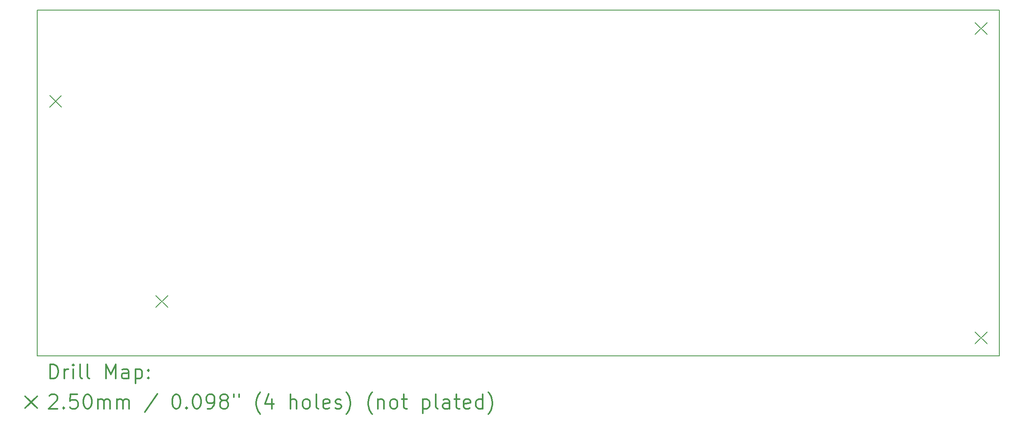
<source format=gbr>
%FSLAX45Y45*%
G04 Gerber Fmt 4.5, Leading zero omitted, Abs format (unit mm)*
G04 Created by KiCad (PCBNEW 4.0.2-stable) date 9/3/2016 7:39:00 PM*
%MOMM*%
G01*
G04 APERTURE LIST*
%ADD10C,0.127000*%
%ADD11C,0.150000*%
%ADD12C,0.200000*%
%ADD13C,0.300000*%
G04 APERTURE END LIST*
D10*
D11*
X4635500Y-6286500D02*
X24765000Y-6286500D01*
X4635500Y-6286500D02*
X4635500Y-13525500D01*
X24765000Y-13525500D02*
X24765000Y-6286500D01*
X4635500Y-13525500D02*
X24765000Y-13525500D01*
D12*
X4891500Y-8066500D02*
X5141500Y-8316500D01*
X5141500Y-8066500D02*
X4891500Y-8316500D01*
X7114000Y-12257500D02*
X7364000Y-12507500D01*
X7364000Y-12257500D02*
X7114000Y-12507500D01*
X24259000Y-6542500D02*
X24509000Y-6792500D01*
X24509000Y-6542500D02*
X24259000Y-6792500D01*
X24259000Y-13019500D02*
X24509000Y-13269500D01*
X24509000Y-13019500D02*
X24259000Y-13269500D01*
D13*
X4899429Y-13998714D02*
X4899429Y-13698714D01*
X4970857Y-13698714D01*
X5013714Y-13713000D01*
X5042286Y-13741571D01*
X5056571Y-13770143D01*
X5070857Y-13827286D01*
X5070857Y-13870143D01*
X5056571Y-13927286D01*
X5042286Y-13955857D01*
X5013714Y-13984429D01*
X4970857Y-13998714D01*
X4899429Y-13998714D01*
X5199429Y-13998714D02*
X5199429Y-13798714D01*
X5199429Y-13855857D02*
X5213714Y-13827286D01*
X5228000Y-13813000D01*
X5256571Y-13798714D01*
X5285143Y-13798714D01*
X5385143Y-13998714D02*
X5385143Y-13798714D01*
X5385143Y-13698714D02*
X5370857Y-13713000D01*
X5385143Y-13727286D01*
X5399429Y-13713000D01*
X5385143Y-13698714D01*
X5385143Y-13727286D01*
X5570857Y-13998714D02*
X5542286Y-13984429D01*
X5528000Y-13955857D01*
X5528000Y-13698714D01*
X5728000Y-13998714D02*
X5699428Y-13984429D01*
X5685143Y-13955857D01*
X5685143Y-13698714D01*
X6070857Y-13998714D02*
X6070857Y-13698714D01*
X6170857Y-13913000D01*
X6270857Y-13698714D01*
X6270857Y-13998714D01*
X6542286Y-13998714D02*
X6542286Y-13841571D01*
X6528000Y-13813000D01*
X6499428Y-13798714D01*
X6442286Y-13798714D01*
X6413714Y-13813000D01*
X6542286Y-13984429D02*
X6513714Y-13998714D01*
X6442286Y-13998714D01*
X6413714Y-13984429D01*
X6399428Y-13955857D01*
X6399428Y-13927286D01*
X6413714Y-13898714D01*
X6442286Y-13884429D01*
X6513714Y-13884429D01*
X6542286Y-13870143D01*
X6685143Y-13798714D02*
X6685143Y-14098714D01*
X6685143Y-13813000D02*
X6713714Y-13798714D01*
X6770857Y-13798714D01*
X6799428Y-13813000D01*
X6813714Y-13827286D01*
X6828000Y-13855857D01*
X6828000Y-13941571D01*
X6813714Y-13970143D01*
X6799428Y-13984429D01*
X6770857Y-13998714D01*
X6713714Y-13998714D01*
X6685143Y-13984429D01*
X6956571Y-13970143D02*
X6970857Y-13984429D01*
X6956571Y-13998714D01*
X6942286Y-13984429D01*
X6956571Y-13970143D01*
X6956571Y-13998714D01*
X6956571Y-13813000D02*
X6970857Y-13827286D01*
X6956571Y-13841571D01*
X6942286Y-13827286D01*
X6956571Y-13813000D01*
X6956571Y-13841571D01*
X4378000Y-14368000D02*
X4628000Y-14618000D01*
X4628000Y-14368000D02*
X4378000Y-14618000D01*
X4885143Y-14357286D02*
X4899429Y-14343000D01*
X4928000Y-14328714D01*
X4999429Y-14328714D01*
X5028000Y-14343000D01*
X5042286Y-14357286D01*
X5056571Y-14385857D01*
X5056571Y-14414429D01*
X5042286Y-14457286D01*
X4870857Y-14628714D01*
X5056571Y-14628714D01*
X5185143Y-14600143D02*
X5199429Y-14614429D01*
X5185143Y-14628714D01*
X5170857Y-14614429D01*
X5185143Y-14600143D01*
X5185143Y-14628714D01*
X5470857Y-14328714D02*
X5328000Y-14328714D01*
X5313714Y-14471571D01*
X5328000Y-14457286D01*
X5356571Y-14443000D01*
X5428000Y-14443000D01*
X5456571Y-14457286D01*
X5470857Y-14471571D01*
X5485143Y-14500143D01*
X5485143Y-14571571D01*
X5470857Y-14600143D01*
X5456571Y-14614429D01*
X5428000Y-14628714D01*
X5356571Y-14628714D01*
X5328000Y-14614429D01*
X5313714Y-14600143D01*
X5670857Y-14328714D02*
X5699428Y-14328714D01*
X5728000Y-14343000D01*
X5742286Y-14357286D01*
X5756571Y-14385857D01*
X5770857Y-14443000D01*
X5770857Y-14514429D01*
X5756571Y-14571571D01*
X5742286Y-14600143D01*
X5728000Y-14614429D01*
X5699428Y-14628714D01*
X5670857Y-14628714D01*
X5642286Y-14614429D01*
X5628000Y-14600143D01*
X5613714Y-14571571D01*
X5599428Y-14514429D01*
X5599428Y-14443000D01*
X5613714Y-14385857D01*
X5628000Y-14357286D01*
X5642286Y-14343000D01*
X5670857Y-14328714D01*
X5899428Y-14628714D02*
X5899428Y-14428714D01*
X5899428Y-14457286D02*
X5913714Y-14443000D01*
X5942286Y-14428714D01*
X5985143Y-14428714D01*
X6013714Y-14443000D01*
X6028000Y-14471571D01*
X6028000Y-14628714D01*
X6028000Y-14471571D02*
X6042286Y-14443000D01*
X6070857Y-14428714D01*
X6113714Y-14428714D01*
X6142286Y-14443000D01*
X6156571Y-14471571D01*
X6156571Y-14628714D01*
X6299428Y-14628714D02*
X6299428Y-14428714D01*
X6299428Y-14457286D02*
X6313714Y-14443000D01*
X6342286Y-14428714D01*
X6385143Y-14428714D01*
X6413714Y-14443000D01*
X6428000Y-14471571D01*
X6428000Y-14628714D01*
X6428000Y-14471571D02*
X6442286Y-14443000D01*
X6470857Y-14428714D01*
X6513714Y-14428714D01*
X6542286Y-14443000D01*
X6556571Y-14471571D01*
X6556571Y-14628714D01*
X7142286Y-14314429D02*
X6885143Y-14700143D01*
X7528000Y-14328714D02*
X7556571Y-14328714D01*
X7585143Y-14343000D01*
X7599428Y-14357286D01*
X7613714Y-14385857D01*
X7628000Y-14443000D01*
X7628000Y-14514429D01*
X7613714Y-14571571D01*
X7599428Y-14600143D01*
X7585143Y-14614429D01*
X7556571Y-14628714D01*
X7528000Y-14628714D01*
X7499428Y-14614429D01*
X7485143Y-14600143D01*
X7470857Y-14571571D01*
X7456571Y-14514429D01*
X7456571Y-14443000D01*
X7470857Y-14385857D01*
X7485143Y-14357286D01*
X7499428Y-14343000D01*
X7528000Y-14328714D01*
X7756571Y-14600143D02*
X7770857Y-14614429D01*
X7756571Y-14628714D01*
X7742286Y-14614429D01*
X7756571Y-14600143D01*
X7756571Y-14628714D01*
X7956571Y-14328714D02*
X7985143Y-14328714D01*
X8013714Y-14343000D01*
X8028000Y-14357286D01*
X8042285Y-14385857D01*
X8056571Y-14443000D01*
X8056571Y-14514429D01*
X8042285Y-14571571D01*
X8028000Y-14600143D01*
X8013714Y-14614429D01*
X7985143Y-14628714D01*
X7956571Y-14628714D01*
X7928000Y-14614429D01*
X7913714Y-14600143D01*
X7899428Y-14571571D01*
X7885143Y-14514429D01*
X7885143Y-14443000D01*
X7899428Y-14385857D01*
X7913714Y-14357286D01*
X7928000Y-14343000D01*
X7956571Y-14328714D01*
X8199428Y-14628714D02*
X8256571Y-14628714D01*
X8285143Y-14614429D01*
X8299428Y-14600143D01*
X8328000Y-14557286D01*
X8342285Y-14500143D01*
X8342285Y-14385857D01*
X8328000Y-14357286D01*
X8313714Y-14343000D01*
X8285143Y-14328714D01*
X8228000Y-14328714D01*
X8199428Y-14343000D01*
X8185143Y-14357286D01*
X8170857Y-14385857D01*
X8170857Y-14457286D01*
X8185143Y-14485857D01*
X8199428Y-14500143D01*
X8228000Y-14514429D01*
X8285143Y-14514429D01*
X8313714Y-14500143D01*
X8328000Y-14485857D01*
X8342285Y-14457286D01*
X8513714Y-14457286D02*
X8485143Y-14443000D01*
X8470857Y-14428714D01*
X8456571Y-14400143D01*
X8456571Y-14385857D01*
X8470857Y-14357286D01*
X8485143Y-14343000D01*
X8513714Y-14328714D01*
X8570857Y-14328714D01*
X8599428Y-14343000D01*
X8613714Y-14357286D01*
X8628000Y-14385857D01*
X8628000Y-14400143D01*
X8613714Y-14428714D01*
X8599428Y-14443000D01*
X8570857Y-14457286D01*
X8513714Y-14457286D01*
X8485143Y-14471571D01*
X8470857Y-14485857D01*
X8456571Y-14514429D01*
X8456571Y-14571571D01*
X8470857Y-14600143D01*
X8485143Y-14614429D01*
X8513714Y-14628714D01*
X8570857Y-14628714D01*
X8599428Y-14614429D01*
X8613714Y-14600143D01*
X8628000Y-14571571D01*
X8628000Y-14514429D01*
X8613714Y-14485857D01*
X8599428Y-14471571D01*
X8570857Y-14457286D01*
X8742286Y-14328714D02*
X8742286Y-14385857D01*
X8856571Y-14328714D02*
X8856571Y-14385857D01*
X9299428Y-14743000D02*
X9285143Y-14728714D01*
X9256571Y-14685857D01*
X9242286Y-14657286D01*
X9228000Y-14614429D01*
X9213714Y-14543000D01*
X9213714Y-14485857D01*
X9228000Y-14414429D01*
X9242286Y-14371571D01*
X9256571Y-14343000D01*
X9285143Y-14300143D01*
X9299428Y-14285857D01*
X9542286Y-14428714D02*
X9542286Y-14628714D01*
X9470857Y-14314429D02*
X9399428Y-14528714D01*
X9585143Y-14528714D01*
X9928000Y-14628714D02*
X9928000Y-14328714D01*
X10056571Y-14628714D02*
X10056571Y-14471571D01*
X10042286Y-14443000D01*
X10013714Y-14428714D01*
X9970857Y-14428714D01*
X9942286Y-14443000D01*
X9928000Y-14457286D01*
X10242286Y-14628714D02*
X10213714Y-14614429D01*
X10199428Y-14600143D01*
X10185143Y-14571571D01*
X10185143Y-14485857D01*
X10199428Y-14457286D01*
X10213714Y-14443000D01*
X10242286Y-14428714D01*
X10285143Y-14428714D01*
X10313714Y-14443000D01*
X10328000Y-14457286D01*
X10342286Y-14485857D01*
X10342286Y-14571571D01*
X10328000Y-14600143D01*
X10313714Y-14614429D01*
X10285143Y-14628714D01*
X10242286Y-14628714D01*
X10513714Y-14628714D02*
X10485143Y-14614429D01*
X10470857Y-14585857D01*
X10470857Y-14328714D01*
X10742286Y-14614429D02*
X10713714Y-14628714D01*
X10656571Y-14628714D01*
X10628000Y-14614429D01*
X10613714Y-14585857D01*
X10613714Y-14471571D01*
X10628000Y-14443000D01*
X10656571Y-14428714D01*
X10713714Y-14428714D01*
X10742286Y-14443000D01*
X10756571Y-14471571D01*
X10756571Y-14500143D01*
X10613714Y-14528714D01*
X10870857Y-14614429D02*
X10899429Y-14628714D01*
X10956571Y-14628714D01*
X10985143Y-14614429D01*
X10999429Y-14585857D01*
X10999429Y-14571571D01*
X10985143Y-14543000D01*
X10956571Y-14528714D01*
X10913714Y-14528714D01*
X10885143Y-14514429D01*
X10870857Y-14485857D01*
X10870857Y-14471571D01*
X10885143Y-14443000D01*
X10913714Y-14428714D01*
X10956571Y-14428714D01*
X10985143Y-14443000D01*
X11099428Y-14743000D02*
X11113714Y-14728714D01*
X11142286Y-14685857D01*
X11156571Y-14657286D01*
X11170857Y-14614429D01*
X11185143Y-14543000D01*
X11185143Y-14485857D01*
X11170857Y-14414429D01*
X11156571Y-14371571D01*
X11142286Y-14343000D01*
X11113714Y-14300143D01*
X11099428Y-14285857D01*
X11642286Y-14743000D02*
X11628000Y-14728714D01*
X11599428Y-14685857D01*
X11585143Y-14657286D01*
X11570857Y-14614429D01*
X11556571Y-14543000D01*
X11556571Y-14485857D01*
X11570857Y-14414429D01*
X11585143Y-14371571D01*
X11599428Y-14343000D01*
X11628000Y-14300143D01*
X11642286Y-14285857D01*
X11756571Y-14428714D02*
X11756571Y-14628714D01*
X11756571Y-14457286D02*
X11770857Y-14443000D01*
X11799428Y-14428714D01*
X11842286Y-14428714D01*
X11870857Y-14443000D01*
X11885143Y-14471571D01*
X11885143Y-14628714D01*
X12070857Y-14628714D02*
X12042286Y-14614429D01*
X12028000Y-14600143D01*
X12013714Y-14571571D01*
X12013714Y-14485857D01*
X12028000Y-14457286D01*
X12042286Y-14443000D01*
X12070857Y-14428714D01*
X12113714Y-14428714D01*
X12142286Y-14443000D01*
X12156571Y-14457286D01*
X12170857Y-14485857D01*
X12170857Y-14571571D01*
X12156571Y-14600143D01*
X12142286Y-14614429D01*
X12113714Y-14628714D01*
X12070857Y-14628714D01*
X12256571Y-14428714D02*
X12370857Y-14428714D01*
X12299428Y-14328714D02*
X12299428Y-14585857D01*
X12313714Y-14614429D01*
X12342286Y-14628714D01*
X12370857Y-14628714D01*
X12699428Y-14428714D02*
X12699428Y-14728714D01*
X12699428Y-14443000D02*
X12728000Y-14428714D01*
X12785143Y-14428714D01*
X12813714Y-14443000D01*
X12828000Y-14457286D01*
X12842286Y-14485857D01*
X12842286Y-14571571D01*
X12828000Y-14600143D01*
X12813714Y-14614429D01*
X12785143Y-14628714D01*
X12728000Y-14628714D01*
X12699428Y-14614429D01*
X13013714Y-14628714D02*
X12985143Y-14614429D01*
X12970857Y-14585857D01*
X12970857Y-14328714D01*
X13256571Y-14628714D02*
X13256571Y-14471571D01*
X13242286Y-14443000D01*
X13213714Y-14428714D01*
X13156571Y-14428714D01*
X13128000Y-14443000D01*
X13256571Y-14614429D02*
X13228000Y-14628714D01*
X13156571Y-14628714D01*
X13128000Y-14614429D01*
X13113714Y-14585857D01*
X13113714Y-14557286D01*
X13128000Y-14528714D01*
X13156571Y-14514429D01*
X13228000Y-14514429D01*
X13256571Y-14500143D01*
X13356571Y-14428714D02*
X13470857Y-14428714D01*
X13399429Y-14328714D02*
X13399429Y-14585857D01*
X13413714Y-14614429D01*
X13442286Y-14628714D01*
X13470857Y-14628714D01*
X13685143Y-14614429D02*
X13656571Y-14628714D01*
X13599429Y-14628714D01*
X13570857Y-14614429D01*
X13556571Y-14585857D01*
X13556571Y-14471571D01*
X13570857Y-14443000D01*
X13599429Y-14428714D01*
X13656571Y-14428714D01*
X13685143Y-14443000D01*
X13699429Y-14471571D01*
X13699429Y-14500143D01*
X13556571Y-14528714D01*
X13956571Y-14628714D02*
X13956571Y-14328714D01*
X13956571Y-14614429D02*
X13928000Y-14628714D01*
X13870857Y-14628714D01*
X13842286Y-14614429D01*
X13828000Y-14600143D01*
X13813714Y-14571571D01*
X13813714Y-14485857D01*
X13828000Y-14457286D01*
X13842286Y-14443000D01*
X13870857Y-14428714D01*
X13928000Y-14428714D01*
X13956571Y-14443000D01*
X14070857Y-14743000D02*
X14085143Y-14728714D01*
X14113714Y-14685857D01*
X14128000Y-14657286D01*
X14142286Y-14614429D01*
X14156571Y-14543000D01*
X14156571Y-14485857D01*
X14142286Y-14414429D01*
X14128000Y-14371571D01*
X14113714Y-14343000D01*
X14085143Y-14300143D01*
X14070857Y-14285857D01*
M02*

</source>
